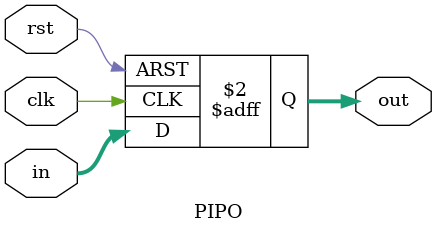
<source format=v>
module PIPO(input [3:0]in, input clk,rst,output reg [3:0]out);
    parameter n=4;
    always @(posedge clk or posedge rst) begin
        if (rst) out<=0;
        else out <= in;
    end    
endmodule

</source>
